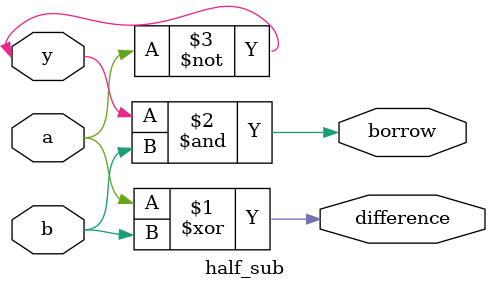
<source format=v>
`timescale 1ns / 1ps

/*module half_sub(input x,a,b,output difference,borrow);
assign x=~a;
xor xor_1(difference,a,b);
and and_1(borrow,x,b);
endmodule*/
module half_sub(input y,a,b,output difference,borrow);
not not_1(y,a);
xor xor_1(difference,a,b);//axorb
and and_1(borrow,y,b);//adash&b

endmodule

</source>
